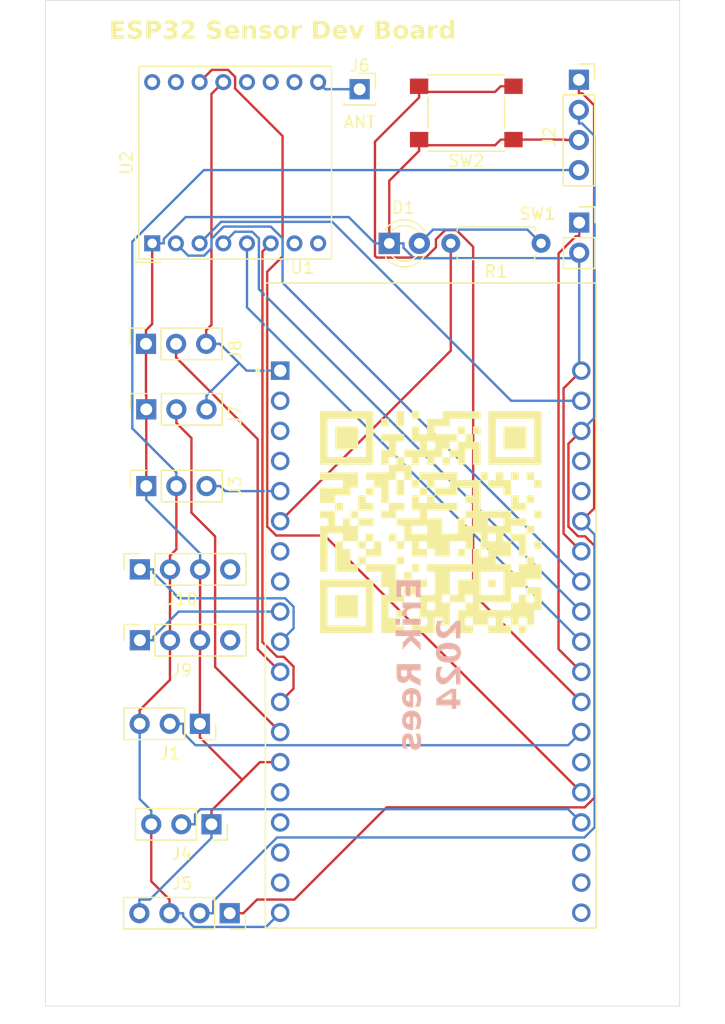
<source format=kicad_pcb>
(kicad_pcb (version 20240108) (generator "pcbnew") (generator_version "8.0")
  (layers (0 "F.Cu" signal) (31 "B.Cu" signal) (34 "B.Paste" user) (35 "F.Paste" user) (36 "B.SilkS" user "B.Silkscreen") (37 "F.SilkS" user "F.Silkscreen") (38 "B.Mask" user) (39 "F.Mask" user) (44 "Edge.Cuts" user))
  (net 0 "")
  (net 1 "/IO12")
  (net 2 "/IO4")
  (net 4 "+5V")
  (net 7 "GND")
  (net 8 "/IO27")
  (net 13 "/SDA")
  (net 15 "Net-(U1-IO16)")
  (net 16 "/SCL")
  (net 18 "/IO34")
  (net 22 "Net-(SW1-A)")
  (net 24 "Net-(U1-IO35)")
  (net 26 "/IO25")
  (net 29 "Net-(D1-A)")
  (net 37 "/IO15")
  (net 38 "Net-(J6-Pin_1)")
  (net 39 "Net-(U1-IO5)")
  (net 40 "Net-(U1-IO14)")
  (net 41 "+3.3V")
  (net 42 "Net-(U1-IO18)")
  (net 43 "Net-(U1-IO23)")
  (net 44 "Net-(U1-IO19)")
  (net 45 "Net-(U1-IO2)")
  (net 46 "/IO26")
  (footprint "Connector_PinSocket_2.54mm:PinSocket_1x03_P2.54mm_Vertical" (layer "F.Cu") (at 61.5 85.5 -90)
    (property "Reference" "J4" (at 2.5 2.5 180) (layer "F.SilkS"))
    (property "Value" "5V Sensor Header")
    (pad "1" thru_hole rect (at 0 0 270) (size 1.7 1.7) (drill 1) (layers "*.Cu" "*.Mask") (net 7 "GND"))
    (pad "2" thru_hole oval (at 0 2.54 270) (size 1.7 1.7) (drill 1) (layers "*.Cu" "*.Mask") (net 37 "/IO15"))
    (pad "3" thru_hole oval (at 0 5.08 270) (size 1.7 1.7) (drill 1) (layers "*.Cu" "*.Mask") (net 4 "+5V"))
  )
  (footprint "MountingHole:MountingHole_3mm" (layer "F.Cu") (at 97.5 19.5)
    (property "Reference" "REF**" (hide yes))
    (property "Value" "MountingHole_3mm")
    (pad "" np_thru_hole circle (at 0 0) (size 3 3) (drill 3) (layers "*.Cu" "*.Mask"))
  )
  (footprint "Connector_PinSocket_2.54mm:PinSocket_1x04_P2.54mm_Vertical" (layer "F.Cu") (at 55.46 64 90)
    (property "Reference" "J10" (at -2.5 3.54 0) (layer "F.SilkS"))
    (property "Value" "5V Sensor Header")
    (pad "1" thru_hole rect (at 0 0 90) (size 1.7 1.7) (drill 1) (layers "*.Cu" "*.Mask") (net 46 "/IO26"))
    (pad "2" thru_hole oval (at 0 2.54 90) (size 1.7 1.7) (drill 1) (layers "*.Cu" "*.Mask") (net 4 "+5V"))
    (pad "3" thru_hole oval (at 0 5.08 90) (size 1.7 1.7) (drill 1) (layers "*.Cu" "*.Mask") (net 7 "GND"))
    (pad "4" thru_hole oval (at 0 7.62 90) (size 1.7 1.7) (drill 1) (layers "*.Cu" "*.Mask"))
  )
  (footprint "Connector_PinSocket_2.54mm:PinSocket_1x02_P2.54mm_Vertical" (layer "F.Cu") (at 92.525 34.75)
    (property "Reference" "SW1" (at -3.525 -0.75 180) (layer "F.SilkS"))
    (property "Value" "SW_Push_Open")
    (pad "1" thru_hole rect (at 0 0) (size 1.7 1.7) (drill 1) (layers "*.Cu" "*.Mask") (net 22 "Net-(SW1-A)"))
    (pad "2" thru_hole oval (at 0 2.54) (size 1.7 1.7) (drill 1) (layers "*.Cu" "*.Mask") (net 7 "GND"))
  )
  (footprint "Connector_PinSocket_2.54mm:PinSocket_1x03_P2.54mm_Vertical" (layer "F.Cu") (at 56 56.975 90)
    (property "Reference" "J3" (at 0 7.5 -90) (layer "F.SilkS"))
    (property "Value" "Servo Motor Header")
    (pad "1" thru_hole rect (at 0 0 90) (size 1.7 1.7) (drill 1) (layers "*.Cu" "*.Mask") (net 7 "GND"))
    (pad "2" thru_hole oval (at 0 2.54 90) (size 1.7 1.7) (drill 1) (layers "*.Cu" "*.Mask") (net 4 "+5V"))
    (pad "3" thru_hole oval (at 0 5.08 90) (size 1.7 1.7) (drill 1) (layers "*.Cu" "*.Mask") (net 18 "/IO34"))
  )
  (footprint "RF_Module:HOPERF_RFM9XW_THT" (layer "F.Cu") (at 56.5 36.5 90)
    (property "Reference" "U2" (at 6.8 -2.17 -90) (layer "F.SilkS"))
    (property "Value" "RFM95W-868S2")
    (pad "1" thru_hole rect (at 0 0 90) (size 1.35 1.35) (drill 0.8) (layers "*.Cu" "*.Mask") (net 7 "GND"))
    (pad "2" thru_hole circle (at 0 2 90) (size 1.35 1.35) (drill 0.8) (layers "*.Cu" "*.Mask") (net 44 "Net-(U1-IO19)"))
    (pad "3" thru_hole circle (at 0 4 90) (size 1.35 1.35) (drill 0.8) (layers "*.Cu" "*.Mask") (net 43 "Net-(U1-IO23)"))
    (pad "4" thru_hole circle (at 0 6 90) (size 1.35 1.35) (drill 0.8) (layers "*.Cu" "*.Mask") (net 42 "Net-(U1-IO18)"))
    (pad "5" thru_hole circle (at 0 8 90) (size 1.35 1.35) (drill 0.8) (layers "*.Cu" "*.Mask") (net 39 "Net-(U1-IO5)"))
    (pad "6" thru_hole circle (at 0 10 90) (size 1.35 1.35) (drill 0.8) (layers "*.Cu" "*.Mask") (net 40 "Net-(U1-IO14)"))
    (pad "7" thru_hole circle (at 0 12 90) (size 1.35 1.35) (drill 0.8) (layers "*.Cu" "*.Mask"))
    (pad "8" thru_hole circle (at 0 14 90) (size 1.35 1.35) (drill 0.8) (layers "*.Cu" "*.Mask"))
    (pad "9" thru_hole circle (at 13.6 14 90) (size 1.35 1.35) (drill 0.8) (layers "*.Cu" "*.Mask") (net 38 "Net-(J6-Pin_1)"))
    (pad "10" thru_hole circle (at 13.6 12 90) (size 1.35 1.35) (drill 0.8) (layers "*.Cu" "*.Mask"))
    (pad "11" thru_hole circle (at 13.6 10 90) (size 1.35 1.35) (drill 0.8) (layers "*.Cu" "*.Mask"))
    (pad "12" thru_hole circle (at 13.6 8 90) (size 1.35 1.35) (drill 0.8) (layers "*.Cu" "*.Mask"))
    (pad "13" thru_hole circle (at 13.6 6 90) (size 1.35 1.35) (drill 0.8) (layers "*.Cu" "*.Mask") (net 41 "+3.3V"))
    (pad "14" thru_hole circle (at 13.6 4 90) (size 1.35 1.35) (drill 0.8) (layers "*.Cu" "*.Mask") (net 45 "Net-(U1-IO2)"))
    (pad "15" thru_hole circle (at 13.6 2 90) (size 1.35 1.35) (drill 0.8) (layers "*.Cu" "*.Mask"))
    (pad "16" thru_hole circle (at 13.6 0 90) (size 1.35 1.35) (drill 0.8) (layers "*.Cu" "*.Mask"))
  )
  (footprint "Connector_PinSocket_2.54mm:PinSocket_1x04_P2.54mm_Vertical" (layer "F.Cu") (at 63.04 93 -90)
    (property "Reference" "J5" (at -2.5 4 180) (layer "F.SilkS"))
    (property "Value" "I2C Header")
    (pad "1" thru_hole rect (at 0 0 270) (size 1.7 1.7) (drill 1) (layers "*.Cu" "*.Mask") (net 16 "/SCL"))
    (pad "2" thru_hole oval (at 0 2.54 270) (size 1.7 1.7) (drill 1) (layers "*.Cu" "*.Mask") (net 13 "/SDA"))
    (pad "3" thru_hole oval (at 0 5.08 270) (size 1.7 1.7) (drill 1) (layers "*.Cu" "*.Mask") (net 4 "+5V"))
    (pad "4" thru_hole oval (at 0 7.62 270) (size 1.7 1.7) (drill 1) (layers "*.Cu" "*.Mask") (net 7 "GND"))
  )
  (footprint "Connector_PinSocket_2.54mm:PinSocket_1x03_P2.54mm_Vertical" (layer "F.Cu") (at 60.525 77.025 -90)
    (property "Reference" "J1" (at 2.475 2.525 180) (layer "F.SilkS"))
    (property "Value" "5V Sensor Header" (hide yes))
    (pad "1" thru_hole rect (at 0 0 270) (size 1.7 1.7) (drill 1) (layers "*.Cu" "*.Mask") (net 7 "GND"))
    (pad "2" thru_hole oval (at 0 2.54 270) (size 1.7 1.7) (drill 1) (layers "*.Cu" "*.Mask") (net 2 "/IO4"))
    (pad "3" thru_hole oval (at 0 5.08 270) (size 1.7 1.7) (drill 1) (layers "*.Cu" "*.Mask") (net 4 "+5V"))
  )
  (footprint "Connector_PinSocket_2.54mm:PinSocket_1x03_P2.54mm_Vertical" (layer "F.Cu") (at 55.975 44.975 90)
    (property "Reference" "J8" (at -0.525 7.525 -90) (layer "F.SilkS"))
    (property "Value" "3.3V Sensor Header")
    (pad "1" thru_hole rect (at 0 0 90) (size 1.7 1.7) (drill 1) (layers "*.Cu" "*.Mask") (net 7 "GND"))
    (pad "2" thru_hole oval (at 0 2.54 90) (size 1.7 1.7) (drill 1) (layers "*.Cu" "*.Mask") (net 8 "/IO27"))
    (pad "3" thru_hole oval (at 0 5.08 90) (size 1.7 1.7) (drill 1) (layers "*.Cu" "*.Mask") (net 41 "+3.3V"))
  )
  (footprint "MountingHole:MountingHole_3mm" (layer "F.Cu") (at 51 19.5)
    (property "Reference" "REF**" (hide yes))
    (property "Value" "MountingHole_3mm")
    (pad "" np_thru_hole circle (at 0 0) (size 3 3) (drill 3) (layers "F&B.Cu" "*.Mask"))
  )
  (footprint "LED_THT:LED_D3.0mm" (layer "F.Cu") (at 76.5 36.5)
    (property "Reference" "D1" (at 1.19 -3 0) (layer "F.SilkS"))
    (property "Value" "LED")
    (pad "1" thru_hole rect (at 0 0) (size 1.8 1.8) (drill 0.9) (layers "*.Cu" "*.Mask") (net 7 "GND"))
    (pad "2" thru_hole circle (at 2.54 0) (size 1.8 1.8) (drill 0.9) (layers "*.Cu" "*.Mask") (net 29 "Net-(D1-A)"))
  )
  (footprint "LOGO" (layer "F.Cu") (at 80 60)
    (property "Reference" "G***" (hide yes))
    (property "Value" "LOGO" (hide yes))
  )
  (footprint "MountingHole:MountingHole_3mm" (layer "F.Cu") (at 97.5 97.5)
    (property "Reference" "REF**" (hide yes))
    (property "Value" "MountingHole_3mm")
    (pad "" np_thru_hole circle (at 0 0) (size 3 3) (drill 3) (layers "F&B.Cu" "*.Mask"))
  )
  (footprint "Button_Switch_SMD:SW_SPST_PTS645" (layer "F.Cu") (at 83 25.5 180)
    (property "Reference" "SW2" (at 0 -4.05 180) (layer "F.SilkS"))
    (property "Value" "SW_Push_Open_Dual")
    (pad "1" smd rect (at -3.98 -2.25 180) (size 1.55 1.3) (layers "F.Cu" "F.Paste" "F.Mask") (net 7 "GND"))
    (pad "1" smd rect (at 3.98 -2.25 180) (size 1.55 1.3) (layers "F.Cu" "F.Paste" "F.Mask") (net 7 "GND"))
    (pad "2" smd rect (at -3.98 2.25 180) (size 1.55 1.3) (layers "F.Cu" "F.Paste" "F.Mask") (net 15 "Net-(U1-IO16)"))
    (pad "2" smd rect (at 3.98 2.25 180) (size 1.55 1.3) (layers "F.Cu" "F.Paste" "F.Mask") (net 15 "Net-(U1-IO16)"))
  )
  (footprint "Connector_PinSocket_2.54mm:PinSocket_1x01_P2.54mm_Vertical" (layer "F.Cu") (at 74 23.5)
    (property "Reference" "J6" (at 0 -2 0) (layer "F.SilkS"))
    (property "Value" "ANT" (at 0 2.77 0) (layer "F.SilkS"))
    (pad "1" thru_hole rect (at 0 0) (size 1.7 1.7) (drill 1) (layers "*.Cu" "*.Mask") (net 38 "Net-(J6-Pin_1)"))
  )
  (footprint "Connector_PinSocket_2.54mm:PinSocket_1x04_P2.54mm_Vertical" (layer "F.Cu") (at 55.46 69.975 90)
    (property "Reference" "J9" (at -2.525 3.54 0) (layer "F.SilkS"))
    (property "Value" "5V Sensor Header")
    (pad "1" thru_hole rect (at 0 0 90) (size 1.7 1.7) (drill 1) (layers "*.Cu" "*.Mask") (net 26 "/IO25"))
    (pad "2" thru_hole oval (at 0 2.54 90) (size 1.7 1.7) (drill 1) (layers "*.Cu" "*.Mask") (net 4 "+5V"))
    (pad "3" thru_hole oval (at 0 5.08 90) (size 1.7 1.7) (drill 1) (layers "*.Cu" "*.Mask") (net 7 "GND"))
    (pad "4" thru_hole oval (at 0 7.62 90) (size 1.7 1.7) (drill 1) (layers "*.Cu" "*.Mask"))
  )
  (footprint "ESP32:MODULE_ESP32-DEVKITC-32D" (layer "F.Cu") (at 80 67)
    (property "Reference" "U1" (at -10.829175 -28.446045 0) (layer "F.SilkS") (effects (font (size 1.000386 1.000386))))
    (property "Value" "ESP32-DEVKITC-32D")
    (pad "J2-1" thru_hole rect (at -12.7 -19.76) (size 1.56 1.56) (drill 1.04) (layers "*.Cu" "*.Mask") (net 41 "+3.3V"))
    (pad "J2-2" thru_hole circle (at -12.7 -17.22) (size 1.56 1.56) (drill 1.04) (layers "*.Cu" "*.Mask"))
    (pad "J2-3" thru_hole circle (at -12.7 -14.68) (size 1.56 1.56) (drill 1.04) (layers "*.Cu" "*.Mask"))
    (pad "J2-4" thru_hole circle (at -12.7 -12.14) (size 1.56 1.56) (drill 1.04) (layers "*.Cu" "*.Mask"))
    (pad "J2-5" thru_hole circle (at -12.7 -9.6) (size 1.56 1.56) (drill 1.04) (layers "*.Cu" "*.Mask") (net 18 "/IO34"))
    (pad "J2-6" thru_hole circle (at -12.7 -7.06) (size 1.56 1.56) (drill 1.04) (layers "*.Cu" "*.Mask") (net 24 "Net-(U1-IO35)"))
    (pad "J2-7" thru_hole circle (at -12.7 -4.52) (size 1.56 1.56) (drill 1.04) (layers "*.Cu" "*.Mask"))
    (pad "J2-8" thru_hole circle (at -12.7 -1.98) (size 1.56 1.56) (drill 1.04) (layers "*.Cu" "*.Mask"))
    (pad "J2-9" thru_hole circle (at -12.7 0.56) (size 1.56 1.56) (drill 1.04) (layers "*.Cu" "*.Mask") (net 26 "/IO25"))
    (pad "J2-10" thru_hole circle (at -12.7 3.1) (size 1.56 1.56) (drill 1.04) (layers "*.Cu" "*.Mask") (net 46 "/IO26"))
    (pad "J2-11" thru_hole circle (at -12.7 5.64) (size 1.56 1.56) (drill 1.04) (layers "*.Cu" "*.Mask") (net 8 "/IO27"))
    (pad "J2-12" thru_hole circle (at -12.7 8.18) (size 1.56 1.56) (drill 1.04) (layers "*.Cu" "*.Mask") (net 40 "Net-(U1-IO14)"))
    (pad "J2-13" thru_hole circle (at -12.7 10.72) (size 1.56 1.56) (drill 1.04) (layers "*.Cu" "*.Mask") (net 1 "/IO12"))
    (pad "J2-14" thru_hole circle (at -12.7 13.26) (size 1.56 1.56) (drill 1.04) (layers "*.Cu" "*.Mask") (net 7 "GND"))
    (pad "J2-15" thru_hole circle (at -12.7 15.8) (size 1.56 1.56) (drill 1.04) (layers "*.Cu" "*.Mask"))
    (pad "J2-16" thru_hole circle (at -12.7 18.34) (size 1.56 1.56) (drill 1.04) (layers "*.Cu" "*.Mask"))
    (pad "J2-17" thru_hole circle (at -12.7 20.88) (size 1.56 1.56) (drill 1.04) (layers "*.Cu" "*.Mask"))
    (pad "J2-18" thru_hole circle (at -12.7 23.42) (size 1.56 1.56) (drill 1.04) (layers "*.Cu" "*.Mask"))
    (pad "J2-19" thru_hole circle (at -12.7 25.96) (size 1.56 1.56) (drill 1.04) (layers "*.Cu" "*.Mask") (net 4 "+5V"))
    (pad "J3-1" thru_hole circle (at 12.7 -19.76) (size 1.56 1.56) (drill 1.04) (layers "*.Cu" "*.Mask") (net 7 "GND"))
    (pad "J3-2" thru_hole circle (at 12.7 -17.22) (size 1.56 1.56) (drill 1.04) (layers "*.Cu" "*.Mask") (net 43 "Net-(U1-IO23)"))
    (pad "J3-3" thru_hole circle (at 12.7 -14.68) (size 1.56 1.56) (drill 1.04) (layers "*.Cu" "*.Mask") (net 16 "/SCL"))
    (pad "J3-4" thru_hole circle (at 12.7 -12.14) (size 1.56 1.56) (drill 1.04) (layers "*.Cu" "*.Mask"))
    (pad "J3-5" thru_hole circle (at 12.7 -9.6) (size 1.56 1.56) (drill 1.04) (layers "*.Cu" "*.Mask"))
    (pad "J3-6" thru_hole circle (at 12.7 -7.06) (size 1.56 1.56) (drill 1.04) (layers "*.Cu" "*.Mask") (net 13 "/SDA"))
    (pad "J3-7" thru_hole circle (at 12.7 -4.52) (size 1.56 1.56) (drill 1.04) (layers "*.Cu" "*.Mask") (net 7 "GND"))
    (pad "J3-8" thru_hole circle (at 12.7 -1.98) (size 1.56 1.56) (drill 1.04) (layers "*.Cu" "*.Mask") (net 44 "Net-(U1-IO19)"))
    (pad "J3-9" thru_hole circle (at 12.7 0.56) (size 1.56 1.56) (drill 1.04) (layers "*.Cu" "*.Mask") (net 42 "Net-(U1-IO18)"))
    (pad "J3-10" thru_hole circle (at 12.7 3.1) (size 1.56 1.56) (drill 1.04) (layers "*.Cu" "*.Mask") (net 39 "Net-(U1-IO5)"))
    (pad "J3-11" thru_hole circle (at 12.7 5.64) (size 1.56 1.56) (drill 1.04) (layers "*.Cu" "*.Mask") (net 22 "Net-(SW1-A)"))
    (pad "J3-12" thru_hole circle (at 12.7 8.18) (size 1.56 1.56) (drill 1.04) (layers "*.Cu" "*.Mask") (net 15 "Net-(U1-IO16)"))
    (pad "J3-13" thru_hole circle (at 12.7 10.72) (size 1.56 1.56) (drill 1.04) (layers "*.Cu" "*.Mask") (net 2 "/IO4"))
    (pad "J3-14" thru_hole circle (at 12.7 13.26) (size 1.56 1.56) (drill 1.04) (layers "*.Cu" "*.Mask"))
    (pad "J3-15" thru_hole circle (at 12.7 15.8) (size 1.56 1.56) (drill 1.04) (layers "*.Cu" "*.Mask") (net 45 "Net-(U1-IO2)"))
    (pad "J3-16" thru_hole circle (at 12.7 18.34) (size 1.56 1.56) (drill 1.04) (layers "*.Cu" "*.Mask") (net 37 "/IO15"))
    (pad "J3-17" thru_hole circle (at 12.7 20.88) (size 1.56 1.56) (drill 1.04) (layers "*.Cu" "*.Mask"))
    (pad "J3-18" thru_hole circle (at 12.7 23.42) (size 1.56 1.56) (drill 1.04) (layers "*.Cu" "*.Mask"))
    (pad "J3-19" thru_hole circle (at 12.7 25.96) (size 1.56 1.56) (drill 1.04) (layers "*.Cu" "*.Mask"))
  )
  (footprint "Connector_PinSocket_2.54mm:PinSocket_1x03_P2.54mm_Vertical" (layer "F.Cu") (at 56 50.5 90)
    (property "Reference" "J7" (at -0.5 7.5 -90) (layer "F.SilkS"))
    (property "Value" "3.3V Sensor Header")
    (pad "1" thru_hole rect (at 0 0 90) (size 1.7 1.7) (drill 1) (layers "*.Cu" "*.Mask") (net 7 "GND"))
    (pad "2" thru_hole oval (at 0 2.54 90) (size 1.7 1.7) (drill 1) (layers "*.Cu" "*.Mask") (net 1 "/IO12"))
    (pad "3" thru_hole oval (at 0 5.08 90) (size 1.7 1.7) (drill 1) (layers "*.Cu" "*.Mask") (net 41 "+3.3V"))
  )
  (footprint "MountingHole:MountingHole_3mm" (layer "F.Cu") (at 51 97.5)
    (property "Reference" "REF**" (hide yes))
    (property "Value" "MountingHole_3mm")
    (pad "" np_thru_hole circle (at 0 0) (size 3 3) (drill 3) (layers "F&B.Cu" "*.Mask"))
  )
  (footprint "Resistor_THT:R_Axial_DIN0207_L6.3mm_D2.5mm_P7.62mm_Horizontal" (layer "F.Cu") (at 89.31 36.5 180)
    (property "Reference" "R1" (at 3.81 -2.37 180) (layer "F.SilkS"))
    (property "Value" "R145")
    (pad "1" thru_hole circle (at 0 0 180) (size 1.6 1.6) (drill 0.8) (layers "*.Cu" "*.Mask") (net 29 "Net-(D1-A)"))
    (pad "2" thru_hole oval (at 7.62 0 180) (size 1.6 1.6) (drill 0.8) (layers "*.Cu" "*.Mask") (net 24 "Net-(U1-IO35)"))
  )
  (footprint "Connector_PinSocket_2.54mm:PinSocket_1x04_P2.54mm_Vertical" (layer "F.Cu") (at 92.5 22.7)
    (property "Reference" "J2" (at -2.5 4.8 90) (layer "F.SilkS"))
    (property "Value" "I2C Header")
    (pad "1" thru_hole rect (at 0 0) (size 1.7 1.7) (drill 1) (layers "*.Cu" "*.Mask") (net 13 "/SDA"))
    (pad "2" thru_hole oval (at 0 2.54) (size 1.7 1.7) (drill 1) (layers "*.Cu" "*.Mask") (net 16 "/SCL"))
    (pad "3" thru_hole oval (at 0 5.08) (size 1.7 1.7) (drill 1) (layers "*.Cu" "*.Mask") (net 7 "GND"))
    (pad "4" thru_hole oval (at 0 7.62) (size 1.7 1.7) (drill 1) (layers "*.Cu" "*.Mask") (net 4 "+5V"))
  )
  (gr_rect (start 47.5 16) (end 101 100.835) (stroke (width 0.05)) (fill none) (layer "Edge.Cuts"))
  (gr_text "Erik Rees\n2024\n" (at 80 72 90) (layer "B.SilkS") (effects (font (size 2 2) (thickness 0.3) (bold yes)) (justify mirror)))
  (gr_text "ESP32 Sensor Dev Board\n" (at 67.5 19.5 0) (layer "F.SilkS") (effects (font (size 1.5 1.5) (thickness 0.3) (bold yes)) (justify bottom)))
  (segment (start 61.81 72.23) (end 61.81 61.2148) (width 0.2) (layer "F.Cu") (net 1))
  (segment (start 59.81 59.2148) (end 59.81 52.9217) (width 0.2) (layer "F.Cu") (net 1))
  (segment (start 61.81 61.2148) (end 59.81 59.2148) (width 0.2) (layer "F.Cu") (net 1))
  (segment (start 67.3 77.72) (end 61.81 72.23) (width 0.2) (layer "F.Cu") (net 1))
  (segment (start 58.54 50.5) (end 58.54 51.6517) (width 0.2) (layer "F.Cu") (net 1))
  (segment (start 59.81 52.9217) (end 58.54 51.6517) (width 0.2) (layer "F.Cu") (net 1))
  (segment (start 57.985 77.025) (end 59.1367 77.025) (width 0.2) (layer "B.Cu") (net 2))
  (segment (start 91.5888 78.8312) (end 92.7 77.72) (width 0.2) (layer "B.Cu") (net 2))
  (segment (start 59.1367 77.8168) (end 60.1511 78.8312) (width 0.2) (layer "B.Cu") (net 2))
  (segment (start 59.1367 77.025) (end 59.1367 77.8168) (width 0.2) (layer "B.Cu") (net 2))
  (segment (start 60.1511 78.8312) (end 91.5888 78.8312) (width 0.2) (layer "B.Cu") (net 2))
  (segment (start 58 73.3183) (end 58 69.975) (width 0.2) (layer "F.Cu") (net 4))
  (segment (start 55.445 75.8733) (end 58 73.3183) (width 0.2) (layer "F.Cu") (net 4))
  (segment (start 58 64) (end 58 62.8483) (width 0.2) (layer "F.Cu") (net 4))
  (segment (start 58 69.975) (end 58 64) (width 0.2) (layer "F.Cu") (net 4))
  (segment (start 58 62.8483) (end 58.54 62.3083) (width 0.2) (layer "F.Cu") (net 4))
  (segment (start 57.96 93) (end 57.96 91.8483) (width 0.2) (layer "F.Cu") (net 4))
  (segment (start 56.42 90.3083) (end 56.42 85.5) (width 0.2) (layer "F.Cu") (net 4))
  (segment (start 58.54 62.3083) (end 58.54 56.975) (width 0.2) (layer "F.Cu") (net 4))
  (segment (start 55.445 77.025) (end 55.445 75.8733) (width 0.2) (layer "F.Cu") (net 4))
  (segment (start 57.96 91.8483) (end 56.42 90.3083) (width 0.2) (layer "F.Cu") (net 4))
  (segment (start 67.3 92.96) (end 66.1046 94.1554) (width 0.2) (layer "B.Cu") (net 4))
  (segment (start 60.8608 30.32) (end 92.5 30.32) (width 0.2) (layer "B.Cu") (net 4))
  (segment (start 54.8233 52.1066) (end 54.8233 36.3575) (width 0.2) (layer "B.Cu") (net 4))
  (segment (start 56.42 85.5) (end 56.42 84.3483) (width 0.2) (layer "B.Cu") (net 4))
  (segment (start 66.1046 94.1554) (end 59.9986 94.1554) (width 0.2) (layer "B.Cu") (net 4))
  (segment (start 56.42 84.3483) (end 55.445 83.3733) (width 0.2) (layer "B.Cu") (net 4))
  (segment (start 57.96 93) (end 59.1117 93) (width 0.2) (layer "B.Cu") (net 4))
  (segment (start 59.9986 94.1554) (end 59.1117 93.2685) (width 0.2) (layer "B.Cu") (net 4))
  (segment (start 54.8233 36.3575) (end 60.8608 30.32) (width 0.2) (layer "B.Cu") (net 4))
  (segment (start 58.54 55.8233) (end 54.8233 52.1066) (width 0.2) (layer "B.Cu") (net 4))
  (segment (start 59.1117 93.2685) (end 59.1117 93) (width 0.2) (layer "B.Cu") (net 4))
  (segment (start 55.445 83.3733) (end 55.445 77.025) (width 0.2) (layer "B.Cu") (net 4))
  (segment (start 58.54 56.975) (end 58.54 55.8233) (width 0.2) (layer "B.Cu") (net 4))
  (segment (start 56.5 43.2983) (end 55.975 43.8233) (width 0.2) (layer "F.Cu") (net 7))
  (segment (start 91.2056 60.9856) (end 91.2056 48.7344) (width 0.2) (layer "F.Cu") (net 7))
  (segment (start 60.525 78.1767) (end 64.0983 81.75) (width 0.2) (layer "F.Cu") (net 7))
  (segment (start 64.0983 81.75) (end 61.5 84.3483) (width 0.2) (layer "F.Cu") (net 7))
  (segment (start 60.525 76.4491) (end 60.525 75.8733) (width 0.2) (layer "F.Cu") (net 7))
  (segment (start 79.02 27.75) (end 79.02 28.2258) (width 0.2) (layer "F.Cu") (net 7))
  (segment (start 60.54 69.975) (end 60.54 64) (width 0.2) (layer "F.Cu") (net 7))
  (segment (start 56 56.975) (end 56 50.5) (width 0.2) (layer "F.Cu") (net 7))
  (segment (start 60.525 76.4491) (end 60.525 77.025) (width 0.2) (layer "F.Cu") (net 7))
  (segment (start 61.5 85.5) (end 61.5 84.3483) (width 0.2) (layer "F.Cu") (net 7))
  (segment (start 56 49.3483) (end 55.975 49.3233) (width 0.2) (layer "F.Cu") (net 7))
  (segment (start 92.5 27.78) (end 91.3483 27.78) (width 0.2) (layer "F.Cu") (net 7))
  (segment (start 56.5 36.5) (end 56.5 43.2983) (width 0.2) (layer "F.Cu") (net 7))
  (segment (start 60.525 77.025) (end 60.525 78.1767) (width 0.2) (layer "F.Cu") (net 7))
  (segment (start 65.5883 80.26) (end 64.0983 81.75) (width 0.2) (layer "F.Cu") (net 7))
  (segment (start 60.525 71.1417) (end 60.525 75.8733) (width 0.2) (layer "F.Cu") (net 7))
  (segment (start 79.02 28.2258) (end 85.4275 28.2258) (width 0.2) (layer "F.Cu") (net 7))
  (segment (start 85.4275 28.2258) (end 85.9033 27.75) (width 0.2) (layer "F.Cu") (net 7))
  (segment (start 79.02 28.2258) (end 79.02 28.7017) (width 0.2) (layer "F.Cu") (net 7))
  (segment (start 91.2056 48.7344) (end 92.7 47.24) (width 0.2) (layer "F.Cu") (net 7))
  (segment (start 86.98 27.75) (end 91.3183 27.75) (width 0.2) (layer "F.Cu") (net 7))
  (segment (start 60.54 71.1267) (end 60.525 71.1417) (width 0.2) (layer "F.Cu") (net 7))
  (segment (start 76.5 31.2217) (end 79.02 28.7017) (width 0.2) (layer "F.Cu") (net 7))
  (segment (start 76.5 36.5) (end 76.5 31.2217) (width 0.2) (layer "F.Cu") (net 7))
  (segment (start 67.3 80.26) (end 65.5883 80.26) (width 0.2) (layer "F.Cu") (net 7))
  (segment (start 92.7 62.48) (end 91.2056 60.9856) (width 0.2) (layer "F.Cu") (net 7))
  (segment (start 56 50.5) (end 56 49.3483) (width 0.2) (layer "F.Cu") (net 7))
  (segment (start 55.975 44.975) (end 55.975 43.8233) (width 0.2) (layer "F.Cu") (net 7))
  (segment (start 55.975 49.3233) (end 55.975 44.975) (width 0.2) (layer "F.Cu") (net 7))
  (segment (start 86.98 27.75) (end 85.9033 27.75) (width 0.2) (layer "F.Cu") (net 7))
  (segment (start 91.3183 27.75) (end 91.3483 27.78) (width 0.2) (layer "F.Cu") (net 7))
  (segment (start 60.54 69.975) (end 60.54 71.1267) (width 0.2) (layer "F.Cu") (net 7))
  (segment (start 56 58.1267) (end 60.54 62.6667) (width 0.2) (layer "B.Cu") (net 7))
  (segment (start 92.7 47.24) (end 92.525 47.065) (width 0.2) (layer "B.Cu") (net 7))
  (segment (start 76.5 36.5) (end 75.2983 36.5) (width 0.2) (layer "B.Cu") (net 7))
  (segment (start 92.525 37.7534) (end 92.525 37.29) (width 0.2) (layer "B.Cu") (net 7))
  (segment (start 92.525 37.7534) (end 78.5796 37.7534) (width 0.2) (layer "B.Cu") (net 7))
  (segment (start 78.5796 37.7534) (end 77.7017 36.8755) (width 0.2) (layer "B.Cu") (net 7))
  (segment (start 61.5 85.5) (end 61.5 86.6517) (width 0.2) (layer "B.Cu") (net 7))
  (segment (start 57.4767 36.1337) (end 59.328 34.2824) (width 0.2) (layer "B.Cu") (net 7))
  (segment (start 55.42 91.8483) (end 56.3034 91.8483) (width 0.2) (layer "B.Cu") (net 7))
  (segment (start 56 56.975) (end 56 58.1267) (width 0.2) (layer "B.Cu") (net 7))
  (segment (start 59.328 34.2824) (end 73.0807 34.2824) (width 0.2) (layer "B.Cu") (net 7))
  (segment (start 57.4767 36.5) (end 57.4767 36.1337) (width 0.2) (layer "B.Cu") (net 7))
  (segment (start 92.525 47.065) (end 92.525 37.7534) (width 0.2) (layer "B.Cu") (net 7))
  (segment (start 76.5 36.5) (end 77.7017 36.5) (width 0.2) (layer "B.Cu") (net 7))
  (segment (start 56.3034 91.8483) (end 61.5 86.6517) (width 0.2) (layer "B.Cu") (net 7))
  (segment (start 55.42 93) (end 55.42 91.8483) (width 0.2) (layer "B.Cu") (net 7))
  (segment (start 60.54 62.6667) (end 60.54 64) (width 0.2) (layer "B.Cu") (net 7))
  (segment (start 56.5 36.5) (end 57.4767 36.5) (width 0.2) (layer "B.Cu") (net 7))
  (segment (start 77.7017 36.8755) (end 77.7017 36.5) (width 0.2) (layer "B.Cu") (net 7))
  (segment (start 73.0807 34.2824) (end 75.2983 36.5) (width 0.2) (layer "B.Cu") (net 7))
  (segment (start 58.515 46.1267) (end 65.3999 53.0116) (width 0.2) (layer "F.Cu") (net 8))
  (segment (start 65.3999 53.0116) (end 65.3999 70.7399) (width 0.2) (layer "F.Cu") (net 8))
  (segment (start 58.515 44.975) (end 58.515 46.1267) (width 0.2) (layer "F.Cu") (net 8))
  (segment (start 65.3999 70.7399) (end 67.3 72.64) (width 0.2) (layer "F.Cu") (net 8))
  (segment (start 92.7879 23.8517) (end 93.7826 24.8464) (width 0.2) (layer "F.Cu") (net 13))
  (segment (start 92.5 22.7) (end 92.5 23.8517) (width 0.2) (layer "F.Cu") (net 13))
  (segment (start 93.7826 58.8574) (end 92.7 59.94) (width 0.2) (layer "F.Cu") (net 13))
  (segment (start 93.7826 24.8464) (end 93.7826 58.8574) (width 0.2) (layer "F.Cu") (net 13))
  (segment (start 92.5 23.8517) (end 92.7879 23.8517) (width 0.2) (layer "F.Cu") (net 13))
  (segment (start 93.8278 61.0678) (end 92.7 59.94) (width 0.2) (layer "B.Cu") (net 13))
  (segment (start 60.5 93) (end 61.6517 93) (width 0.2) (layer "B.Cu") (net 13))
  (segment (start 61.6517 93) (end 61.6517 91.9923) (width 0.2) (layer "B.Cu") (net 13))
  (segment (start 61.6517 91.9923) (end 67.034 86.61) (width 0.2) (layer "B.Cu") (net 13))
  (segment (start 67.034 86.61) (end 92.9691 86.61) (width 0.2) (layer "B.Cu") (net 13))
  (segment (start 93.8278 85.7513) (end 93.8278 61.0678) (width 0.2) (layer "B.Cu") (net 13))
  (segment (start 92.9691 86.61) (end 93.8278 85.7513) (width 0.2) (layer "B.Cu") (net 13))
  (segment (start 79.02 23.25) (end 79.02 23.7258) (width 0.2) (layer "F.Cu") (net 15))
  (segment (start 75.4349 37.7017) (end 75.2925 37.5593) (width 0.2) (layer "F.Cu") (net 15))
  (segment (start 79.02 23.7258) (end 79.02 24.2017) (width 0.2) (layer "F.Cu") (net 15))
  (segment (start 83.5798 36.7927) (end 82.1727 35.3856) (width 0.2) (layer "F.Cu") (net 15))
  (segment (start 86.98 23.25) (end 85.9033 23.25) (width 0.2) (layer "F.Cu") (net 15))
  (segment (start 81.2119 35.3856) (end 80.4357 36.1618) (width 0.2) (layer "F.Cu") (net 15))
  (segment (start 80.4357 36.8348) (end 79.5688 37.7017) (width 0.2) (layer "F.Cu") (net 15))
  (segment (start 82.1727 35.3856) (end 81.2119 35.3856) (width 0.2) (layer "F.Cu") (net 15))
  (segment (start 79.02 23.7258) (end 85.4275 23.7258) (width 0.2) (layer "F.Cu") (net 15))
  (segment (start 80.4357 36.1618) (end 80.4357 36.8348) (width 0.2) (layer "F.Cu") (net 15))
  (segment (start 75.2925 27.9292) (end 79.02 24.2017) (width 0.2) (layer "F.Cu") (net 15))
  (segment (start 83.5798 66.0598) (end 83.5798 36.7927) (width 0.2) (layer "F.Cu") (net 15))
  (segment (start 79.5688 37.7017) (end 75.4349 37.7017) (width 0.2) (layer "F.Cu") (net 15))
  (segment (start 92.7 75.18) (end 83.5798 66.0598) (width 0.2) (layer "F.Cu") (net 15))
  (segment (start 75.2925 37.5593) (end 75.2925 27.9292) (width 0.2) (layer "F.Cu") (net 15))
  (segment (start 85.4275 23.7258) (end 85.9033 23.25) (width 0.2) (layer "F.Cu") (net 15))
  (segment (start 65.3434 91.8483) (end 68.4949 91.8483) (width 0.2) (layer "F.Cu") (net 16))
  (segment (start 63.04 93) (end 64.1917 93) (width 0.2) (layer "F.Cu") (net 16))
  (segment (start 93.8114 83.251) (end 93.8114 62.0003) (width 0.2) (layer "F.Cu") (net 16))
  (segment (start 93.0211 61.21) (end 92.4307 61.21) (width 0.2) (layer "F.Cu") (net 16))
  (segment (start 68.4949 91.8483) (end 76.2732 84.07) (width 0.2) (layer "F.Cu") (net 16))
  (segment (start 92.9924 84.07) (end 93.8114 83.251) (width 0.2) (layer "F.Cu") (net 16))
  (segment (start 76.2732 84.07) (end 92.9924 84.07) (width 0.2) (layer "F.Cu") (net 16))
  (segment (start 91.6147 60.394) (end 91.6147 53.4053) (width 0.2) (layer "F.Cu") (net 16))
  (segment (start 64.1917 93) (end 65.3434 91.8483) (width 0.2) (layer "F.Cu") (net 16))
  (segment (start 93.8114 62.0003) (end 93.0211 61.21) (width 0.2) (layer "F.Cu") (net 16))
  (segment (start 92.4307 61.21) (end 91.6147 60.394) (width 0.2) (layer "F.Cu") (net 16))
  (segment (start 91.6147 53.4053) (end 92.7 52.32) (width 0.2) (layer "F.Cu") (net 16))
  (segment (start 93.8154 27.4386) (end 92.7685 26.3917) (width 0.2) (layer "B.Cu") (net 16))
  (segment (start 92.5 25.24) (end 92.5 26.3917) (width 0.2) (layer "B.Cu") (net 16))
  (segment (start 93.8154 51.2046) (end 93.8154 27.4386) (width 0.2) (layer "B.Cu") (net 16))
  (segment (start 92.7 52.32) (end 93.8154 51.2046) (width 0.2) (layer "B.Cu") (net 16))
  (segment (start 92.7685 26.3917) (end 92.5 26.3917) (width 0.2) (layer "B.Cu") (net 16))
  (segment (start 67.3 57.4) (end 62.6567 57.4) (width 0.2) (layer "B.Cu") (net 18))
  (segment (start 61.08 56.975) (end 62.2317 56.975) (width 0.2) (layer "B.Cu") (net 18))
  (segment (start 62.6567 57.4) (end 62.2317 56.975) (width 0.2) (layer "B.Cu") (net 18))
  (segment (start 92.525 34.75) (end 92.525 35.9017) (width 0.2) (layer "F.Cu") (net 22))
  (segment (start 90.7811 37.3577) (end 92.2371 35.9017) (width 0.2) (layer "F.Cu") (net 22))
  (segment (start 92.7 72.64) (end 90.7811 70.7211) (width 0.2) (layer "F.Cu") (net 22))
  (segment (start 90.7811 70.7211) (end 90.7811 37.3577) (width 0.2) (layer "F.Cu") (net 22))
  (segment (start 92.2371 35.9017) (end 92.525 35.9017) (width 0.2) (layer "F.Cu") (net 22))
  (segment (start 81.69 36.5) (end 81.69 45.55) (width 0.2) (layer "F.Cu") (net 24))
  (segment (start 81.69 45.55) (end 67.3 59.94) (width 0.2) (layer "F.Cu") (net 24))
  (segment (start 58.7388 67.56) (end 56.6117 69.6871) (width 0.2) (layer "B.Cu") (net 26))
  (segment (start 67.3 67.56) (end 58.7388 67.56) (width 0.2) (layer "B.Cu") (net 26))
  (segment (start 56.6117 69.6871) (end 56.6117 69.975) (width 0.2) (layer "B.Cu") (net 26))
  (segment (start 55.46 69.975) (end 56.6117 69.975) (width 0.2) (layer "B.Cu") (net 26))
  (segment (start 80.1971 35.3429) (end 79.04 36.5) (width 0.2) (layer "B.Cu") (net 29))
  (segment (start 89.31 36.5) (end 88.1529 35.3429) (width 0.2) (layer "B.Cu") (net 29))
  (segment (start 88.1529 35.3429) (end 80.1971 35.3429) (width 0.2) (layer "B.Cu") (net 29))
  (segment (start 91.5887 84.2287) (end 60.5685 84.2287) (width 0.2) (layer "B.Cu") (net 37))
  (segment (start 60.5685 84.2287) (end 60.1117 84.6855) (width 0.2) (layer "B.Cu") (net 37))
  (segment (start 60.1117 84.6855) (end 60.1117 85.5) (width 0.2) (layer "B.Cu") (net 37))
  (segment (start 92.7 85.34) (end 91.5887 84.2287) (width 0.2) (layer "B.Cu") (net 37))
  (segment (start 58.96 85.5) (end 60.1117 85.5) (width 0.2) (layer "B.Cu") (net 37))
  (segment (start 71.1 23.5) (end 70.5 22.9) (width 0.2) (layer "B.Cu") (net 38))
  (segment (start 74 23.5) (end 71.1 23.5) (width 0.2) (layer "B.Cu") (net 38))
  (segment (start 92.7 70.1) (end 64.5 41.9) (width 0.2) (layer "B.Cu") (net 39))
  (segment (start 64.5 41.9) (end 64.5 36.5) (width 0.2) (layer "B.Cu") (net 39))
  (segment (start 67.5999 71.37) (end 68.4226 72.1927) (width 0.2) (layer "F.Cu") (net 40))
  (segment (start 65.8016 37.1984) (end 65.8016 70.1385) (width 0.2) (layer "F.Cu") (net 40))
  (segment (start 65.8016 70.1385) (end 67.0331 71.37) (width 0.2) (layer "F.Cu") (net 40))
  (segment (start 68.4226 74.0574) (end 67.3 75.18) (width 0.2) (layer "F.Cu") (net 40))
  (segment (start 68.4226 72.1927) (end 68.4226 74.0574) (width 0.2) (layer "F.Cu") (net 40))
  (segment (start 67.0331 71.37) (end 67.5999 71.37) (width 0.2) (layer "F.Cu") (net 40))
  (segment (start 66.5 36.5) (end 65.8016 37.1984) (width 0.2) (layer "F.Cu") (net 40))
  (segment (start 61.055 43.8233) (end 61.5 43.3783) (width 0.2) (layer "F.Cu") (net 41))
  (segment (start 61.5 43.3783) (end 61.5 23.9) (width 0.2) (layer "F.Cu") (net 41))
  (segment (start 61.055 44.975) (end 61.055 43.8233) (width 0.2) (layer "F.Cu") (net 41))
  (segment (start 61.5 23.9) (end 62.5 22.9) (width 0.2) (layer "F.Cu") (net 41))
  (segment (start 61.08 50.5) (end 61.08 49.3483) (width 0.2) (layer "B.Cu") (net 41))
  (segment (start 63.83 46.5983) (end 62.2067 44.975) (width 0.2) (layer "B.Cu") (net 41))
  (segment (start 64.4717 47.24) (end 63.83 46.5983) (width 0.2) (layer "B.Cu") (net 41))
  (segment (start 67.3 47.24) (end 64.4717 47.24) (width 0.2) (layer "B.Cu") (net 41))
  (segment (start 63.83 46.5983) (end 61.08 49.3483) (width 0.2) (layer "B.Cu") (net 41))
  (segment (start 61.055 44.975) (end 62.2067 44.975) (width 0.2) (layer "B.Cu") (net 41))
  (segment (start 65.5 36.0823) (end 64.9396 35.5219) (width 0.2) (layer "B.Cu") (net 42))
  (segment (start 92.7 67.56) (end 65.5 40.36) (width 0.2) (layer "B.Cu") (net 42))
  (segment (start 65.5 40.36) (end 65.5 36.0823) (width 0.2) (layer "B.Cu") (net 42))
  (segment (start 63.4781 35.5219) (end 62.5 36.5) (width 0.2) (layer "B.Cu") (net 42))
  (segment (start 64.9396 35.5219) (end 63.4781 35.5219) (width 0.2) (layer "B.Cu") (net 42))
  (segment (start 86.786 49.78) (end 92.7 49.78) (width 0.2) (layer "B.Cu") (net 43))
  (segment (start 60.5 36.5) (end 62.3144 34.6856) (width 0.2) (layer "B.Cu") (net 43))
  (segment (start 71.6916 34.6856) (end 86.786 49.78) (width 0.2) (layer "B.Cu") (net 43))
  (segment (start 62.3144 34.6856) (end 71.6916 34.6856) (width 0.2) (layer "B.Cu") (net 43))
  (segment (start 60.8815 37.5366) (end 61.5 36.9181) (width 0.2) (layer "B.Cu") (net 44))
  (segment (start 61.5 36.1188) (end 62.5315 35.0873) (width 0.2) (layer "B.Cu") (net 44))
  (segment (start 59.5366 37.5366) (end 60.8815 37.5366) (width 0.2) (layer "B.Cu") (net 44))
  (segment (start 61.5 36.9181) (end 61.5 36.1188) (width 0.2) (layer "B.Cu") (net 44))
  (segment (start 67.5 39.82) (end 92.7 65.02) (width 0.2) (layer "B.Cu") (net 44))
  (segment (start 58.5 36.5) (end 59.5366 37.5366) (width 0.2) (layer "B.Cu") (net 44))
  (segment (start 67.5 36.083) (end 67.5 39.82) (width 0.2) (layer "B.Cu") (net 44))
  (segment (start 66.5043 35.0873) (end 67.5 36.083) (width 0.2) (layer "B.Cu") (net 44))
  (segment (start 62.5315 35.0873) (end 66.5043 35.0873) (width 0.2) (layer "B.Cu") (net 44))
  (segment (start 61.5336 21.8664) (end 60.5 22.9) (width 0.2) (layer "F.Cu") (net 45))
  (segment (start 62.9005 21.8664) (end 61.5336 21.8664) (width 0.2) (layer "F.Cu") (net 45))
  (segment (start 66.2033 60.3868) (end 66.2033 38.8972) (width 0.2) (layer "F.Cu") (net 45))
  (segment (start 67.5 27.45) (end 63.4939 23.4439) (width 0.2) (layer "F.Cu") (net 45))
  (segment (start 66.9595 61.143) (end 66.2033 60.3868) (width 0.2) (layer "F.Cu") (net 45))
  (segment (start 92.7 82.8) (end 71.043 61.143) (width 0.2) (layer "F.Cu") (net 45))
  (segment (start 71.043 61.143) (end 66.9595 61.143) (width 0.2) (layer "F.Cu") (net 45))
  (segment (start 63.4939 22.4598) (end 62.9005 21.8664) (width 0.2) (layer "F.Cu") (net 45))
  (segment (start 67.5 37.6005) (end 67.5 27.45) (width 0.2) (layer "F.Cu") (net 45))
  (segment (start 66.2033 38.8972) (end 67.5 37.6005) (width 0.2) (layer "F.Cu") (net 45))
  (segment (start 63.4939 23.4439) (end 63.4939 22.4598) (width 0.2) (layer "F.Cu") (net 45))
  (segment (start 67.7166 66.4384) (end 58.7622 66.4384) (width 0.2) (layer "B.Cu") (net 46))
  (segment (start 68.4311 68.9689) (end 68.4311 67.1529) (width 0.2) (layer "B.Cu") (net 46))
  (segment (start 56.6117 64.2879) (end 56.6117 64) (width 0.2) (layer "B.Cu") (net 46))
  (segment (start 55.46 64) (end 56.6117 64) (width 0.2) (layer "B.Cu") (net 46))
  (segment (start 68.4311 67.1529) (end 67.7166 66.4384) (width 0.2) (layer "B.Cu") (net 46))
  (segment (start 67.3 70.1) (end 68.4311 68.9689) (width 0.2) (layer "B.Cu") (net 46))
  (segment (start 58.7622 66.4384) (end 56.6117 64.2879) (width 0.2) (layer "B.Cu") (net 46))
)
</source>
